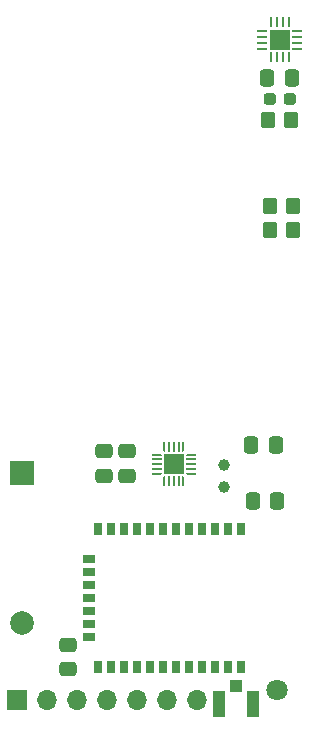
<source format=gts>
G04 #@! TF.GenerationSoftware,KiCad,Pcbnew,8.0.2-8.0.2-0~ubuntu22.04.1*
G04 #@! TF.CreationDate,2024-05-31T22:19:47-06:00*
G04 #@! TF.ProjectId,sensor_sigfox_1.1,73656e73-6f72-45f7-9369-67666f785f31,rev?*
G04 #@! TF.SameCoordinates,Original*
G04 #@! TF.FileFunction,Soldermask,Top*
G04 #@! TF.FilePolarity,Negative*
%FSLAX46Y46*%
G04 Gerber Fmt 4.6, Leading zero omitted, Abs format (unit mm)*
G04 Created by KiCad (PCBNEW 8.0.2-8.0.2-0~ubuntu22.04.1) date 2024-05-31 22:19:47*
%MOMM*%
%LPD*%
G01*
G04 APERTURE LIST*
G04 Aperture macros list*
%AMRoundRect*
0 Rectangle with rounded corners*
0 $1 Rounding radius*
0 $2 $3 $4 $5 $6 $7 $8 $9 X,Y pos of 4 corners*
0 Add a 4 corners polygon primitive as box body*
4,1,4,$2,$3,$4,$5,$6,$7,$8,$9,$2,$3,0*
0 Add four circle primitives for the rounded corners*
1,1,$1+$1,$2,$3*
1,1,$1+$1,$4,$5*
1,1,$1+$1,$6,$7*
1,1,$1+$1,$8,$9*
0 Add four rect primitives between the rounded corners*
20,1,$1+$1,$2,$3,$4,$5,0*
20,1,$1+$1,$4,$5,$6,$7,0*
20,1,$1+$1,$6,$7,$8,$9,0*
20,1,$1+$1,$8,$9,$2,$3,0*%
%AMFreePoly0*
4,1,14,0.334644,0.085355,0.385355,0.034644,0.400000,-0.000711,0.400000,-0.050000,0.385355,-0.085355,0.350000,-0.100000,-0.350000,-0.100000,-0.385355,-0.085355,-0.400000,-0.050000,-0.400000,0.050000,-0.385355,0.085355,-0.350000,0.100000,0.299289,0.100000,0.334644,0.085355,0.334644,0.085355,$1*%
%AMFreePoly1*
4,1,14,0.385355,0.085355,0.400000,0.050000,0.400000,0.000711,0.385355,-0.034644,0.334644,-0.085355,0.299289,-0.100000,-0.350000,-0.100000,-0.385355,-0.085355,-0.400000,-0.050000,-0.400000,0.050000,-0.385355,0.085355,-0.350000,0.100000,0.350000,0.100000,0.385355,0.085355,0.385355,0.085355,$1*%
%AMFreePoly2*
4,1,14,0.085355,0.385355,0.100000,0.350000,0.100000,-0.350000,0.085355,-0.385355,0.050000,-0.400000,-0.050000,-0.400000,-0.085355,-0.385355,-0.100000,-0.350000,-0.100000,0.299289,-0.085355,0.334644,-0.034644,0.385355,0.000711,0.400000,0.050000,0.400000,0.085355,0.385355,0.085355,0.385355,$1*%
%AMFreePoly3*
4,1,14,0.034644,0.385355,0.085355,0.334644,0.100000,0.299289,0.100000,-0.350000,0.085355,-0.385355,0.050000,-0.400000,-0.050000,-0.400000,-0.085355,-0.385355,-0.100000,-0.350000,-0.100000,0.350000,-0.085355,0.385355,-0.050000,0.400000,-0.000711,0.400000,0.034644,0.385355,0.034644,0.385355,$1*%
%AMFreePoly4*
4,1,14,0.385355,0.085355,0.400000,0.050000,0.400000,-0.050000,0.385355,-0.085355,0.350000,-0.100000,-0.299289,-0.100000,-0.334644,-0.085355,-0.385355,-0.034644,-0.400000,0.000711,-0.400000,0.050000,-0.385355,0.085355,-0.350000,0.100000,0.350000,0.100000,0.385355,0.085355,0.385355,0.085355,$1*%
%AMFreePoly5*
4,1,14,0.385355,0.085355,0.400000,0.050000,0.400000,-0.050000,0.385355,-0.085355,0.350000,-0.100000,-0.350000,-0.100000,-0.385355,-0.085355,-0.400000,-0.050000,-0.400000,-0.000711,-0.385355,0.034644,-0.334644,0.085355,-0.299289,0.100000,0.350000,0.100000,0.385355,0.085355,0.385355,0.085355,$1*%
%AMFreePoly6*
4,1,14,0.085355,0.385355,0.100000,0.350000,0.100000,-0.299289,0.085355,-0.334644,0.034644,-0.385355,-0.000711,-0.400000,-0.050000,-0.400000,-0.085355,-0.385355,-0.100000,-0.350000,-0.100000,0.350000,-0.085355,0.385355,-0.050000,0.400000,0.050000,0.400000,0.085355,0.385355,0.085355,0.385355,$1*%
%AMFreePoly7*
4,1,14,0.085355,0.385355,0.100000,0.350000,0.100000,-0.350000,0.085355,-0.385355,0.050000,-0.400000,0.000711,-0.400000,-0.034644,-0.385355,-0.085355,-0.334644,-0.100000,-0.299289,-0.100000,0.350000,-0.085355,0.385355,-0.050000,0.400000,0.050000,0.400000,0.085355,0.385355,0.085355,0.385355,$1*%
G04 Aperture macros list end*
%ADD10C,1.000000*%
%ADD11C,1.800000*%
%ADD12RoundRect,0.250000X-0.475000X0.337500X-0.475000X-0.337500X0.475000X-0.337500X0.475000X0.337500X0*%
%ADD13RoundRect,0.062500X-0.350000X-0.062500X0.350000X-0.062500X0.350000X0.062500X-0.350000X0.062500X0*%
%ADD14RoundRect,0.062500X-0.062500X-0.350000X0.062500X-0.350000X0.062500X0.350000X-0.062500X0.350000X0*%
%ADD15R,1.700000X1.700000*%
%ADD16RoundRect,0.250000X0.350000X0.450000X-0.350000X0.450000X-0.350000X-0.450000X0.350000X-0.450000X0*%
%ADD17RoundRect,0.250000X-0.337500X-0.475000X0.337500X-0.475000X0.337500X0.475000X-0.337500X0.475000X0*%
%ADD18RoundRect,0.250000X0.337500X0.475000X-0.337500X0.475000X-0.337500X-0.475000X0.337500X-0.475000X0*%
%ADD19RoundRect,0.250000X-0.350000X-0.450000X0.350000X-0.450000X0.350000X0.450000X-0.350000X0.450000X0*%
%ADD20R,0.700000X1.000000*%
%ADD21R,1.000000X0.700000*%
%ADD22R,1.000000X1.050000*%
%ADD23R,1.050000X2.200000*%
%ADD24RoundRect,0.237500X-0.287500X-0.237500X0.287500X-0.237500X0.287500X0.237500X-0.287500X0.237500X0*%
%ADD25R,2.000000X2.000000*%
%ADD26C,2.000000*%
%ADD27FreePoly0,0.000000*%
%ADD28RoundRect,0.050000X-0.350000X-0.050000X0.350000X-0.050000X0.350000X0.050000X-0.350000X0.050000X0*%
%ADD29FreePoly1,0.000000*%
%ADD30FreePoly2,0.000000*%
%ADD31RoundRect,0.050000X-0.050000X-0.350000X0.050000X-0.350000X0.050000X0.350000X-0.050000X0.350000X0*%
%ADD32FreePoly3,0.000000*%
%ADD33FreePoly4,0.000000*%
%ADD34FreePoly5,0.000000*%
%ADD35FreePoly6,0.000000*%
%ADD36FreePoly7,0.000000*%
%ADD37O,1.700000X1.700000*%
G04 APERTURE END LIST*
D10*
X133004000Y-76196000D03*
X133004000Y-74296000D03*
D11*
X137456000Y-93400000D03*
D12*
X124736000Y-73185000D03*
X124736000Y-75260000D03*
D13*
X136237500Y-37573000D03*
X136237500Y-38073000D03*
X136237500Y-38573000D03*
X136237500Y-39073000D03*
D14*
X136950000Y-39785500D03*
X137450000Y-39785500D03*
X137950000Y-39785500D03*
X138450000Y-39785500D03*
D13*
X139162500Y-39073000D03*
X139162500Y-38573000D03*
X139162500Y-38073000D03*
X139162500Y-37573000D03*
D14*
X138450000Y-36860500D03*
X137950000Y-36860500D03*
X137450000Y-36860500D03*
X136950000Y-36860500D03*
D15*
X137700000Y-38323000D03*
D12*
X122839000Y-73185500D03*
X122839000Y-75260500D03*
D16*
X138835000Y-54449000D03*
X136835000Y-54449000D03*
D17*
X136647000Y-41567000D03*
X138722000Y-41567000D03*
D18*
X137347000Y-72609000D03*
X135272000Y-72609000D03*
X137478000Y-77375000D03*
X135403000Y-77375000D03*
D19*
X136665000Y-45106000D03*
X138665000Y-45106000D03*
D12*
X119731000Y-89536500D03*
X119731000Y-91611500D03*
D20*
X134453000Y-79754000D03*
X133353000Y-79754000D03*
X132253000Y-79754000D03*
X131153000Y-79754000D03*
X130053000Y-79754000D03*
X128953000Y-79754000D03*
X127853000Y-79754000D03*
X126753000Y-79754000D03*
X125653000Y-79754000D03*
X124553000Y-79754000D03*
X123453000Y-79754000D03*
X122353000Y-79754000D03*
D21*
X121543000Y-82314000D03*
X121543000Y-83414000D03*
X121543000Y-84514000D03*
X121543000Y-85614000D03*
X121543000Y-86714000D03*
X121543000Y-87814000D03*
X121543000Y-88914000D03*
D20*
X122353000Y-91474000D03*
X123453000Y-91474000D03*
X124553000Y-91474000D03*
X125653000Y-91474000D03*
X126753000Y-91474000D03*
X127853000Y-91474000D03*
X128953000Y-91474000D03*
X130053000Y-91474000D03*
X131153000Y-91474000D03*
X132253000Y-91474000D03*
X133353000Y-91474000D03*
X134453000Y-91474000D03*
D22*
X133992000Y-93003000D03*
D23*
X135467000Y-94528000D03*
X132517000Y-94528000D03*
D24*
X136846000Y-43375000D03*
X138596000Y-43375000D03*
D25*
X115883000Y-75001000D03*
D26*
X115883000Y-87701000D03*
D16*
X138857000Y-52416000D03*
X136857000Y-52416000D03*
D27*
X127285000Y-73461000D03*
D28*
X127285000Y-73861000D03*
X127285000Y-74261000D03*
X127285000Y-74661000D03*
D29*
X127285000Y-75061000D03*
D30*
X127935000Y-75711000D03*
D31*
X128335000Y-75711000D03*
X128735000Y-75711000D03*
X129135000Y-75711000D03*
D32*
X129535000Y-75711000D03*
D33*
X130185000Y-75061000D03*
D28*
X130185000Y-74661000D03*
X130185000Y-74261000D03*
X130185000Y-73861000D03*
D34*
X130185000Y-73461000D03*
D35*
X129535000Y-72811000D03*
D31*
X129135000Y-72811000D03*
X128735000Y-72811000D03*
X128335000Y-72811000D03*
D36*
X127935000Y-72811000D03*
D15*
X128735000Y-74261000D03*
X115488000Y-94262000D03*
D37*
X118028000Y-94262000D03*
X120568000Y-94262000D03*
X123108000Y-94262000D03*
X125648000Y-94262000D03*
X128188000Y-94262000D03*
X130728000Y-94262000D03*
M02*

</source>
